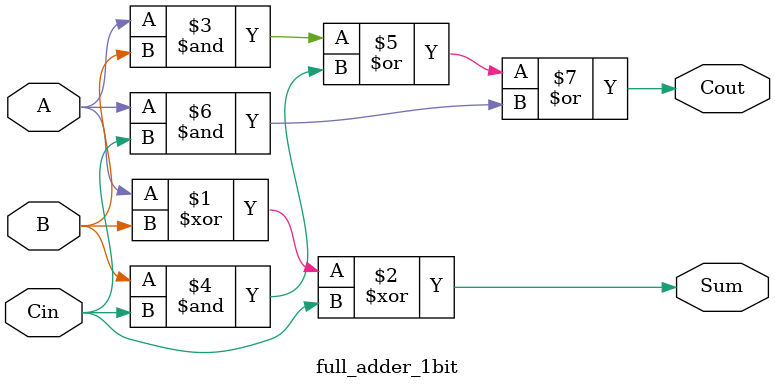
<source format=v>

module full_adder_1bit (Sum, Cout, A, B, Cin);
	// Make a single bit full adder and cascade it to get 4 bit adders. (Current plan)
  input A, B, Cin;
  output Sum, Cout;

  assign Sum = A ^ B ^ Cin;
  assign Cout = (A & B) | (B & Cin) | (A & Cin);
endmodule
</source>
